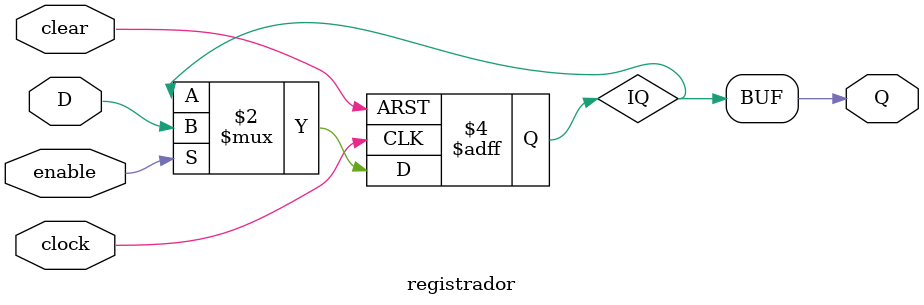
<source format=v>
/* -----------------Laboratorio Digital-----------------------------------
 *  Arquivo   : registrador_n.v
 * -----------------------------------------------------------------------
 *  Descricao : registrador com numero de bits N como parametro
 *              com clear assincrono e carga sincrona
 * 
 *              baseado no codigo vreg16.v do livro
 *              J. Wakerly, Digital design: principles and practices 5e
 *
 * -----------------------------------------------------------------------
 *  Revisoes  :
 *      Data        Versao  Autor             Descricao
 *      11/01/2024  1.0     Edson Midorikawa  criacao
 * -----------------------------------------------------------------------
 */
 
module registrador (
    input          clock,
    input          clear,
    input          enable,
    input  D,
    output Q
);

    reg IQ;

    always @(posedge clock or posedge clear) begin
        if (clear)
            IQ <= 0;
        else if (enable)
            IQ <= D;
    end

    assign Q = IQ;

endmodule

</source>
